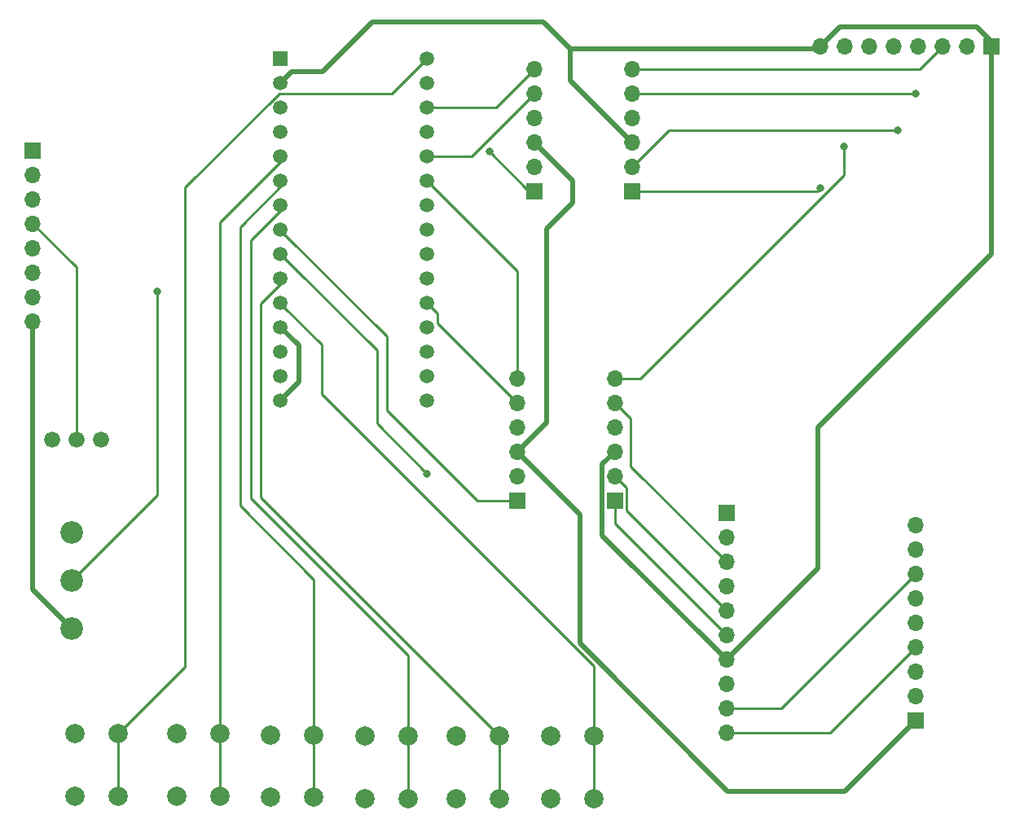
<source format=gbr>
%TF.GenerationSoftware,KiCad,Pcbnew,5.1.6-c6e7f7d~87~ubuntu20.04.1*%
%TF.CreationDate,2020-11-11T00:28:39-05:00*%
%TF.ProjectId,radio,72616469-6f2e-46b6-9963-61645f706362,rev?*%
%TF.SameCoordinates,Original*%
%TF.FileFunction,Copper,L1,Top*%
%TF.FilePolarity,Positive*%
%FSLAX46Y46*%
G04 Gerber Fmt 4.6, Leading zero omitted, Abs format (unit mm)*
G04 Created by KiCad (PCBNEW 5.1.6-c6e7f7d~87~ubuntu20.04.1) date 2020-11-11 00:28:39*
%MOMM*%
%LPD*%
G01*
G04 APERTURE LIST*
%TA.AperFunction,ComponentPad*%
%ADD10O,1.700000X1.700000*%
%TD*%
%TA.AperFunction,ComponentPad*%
%ADD11R,1.700000X1.700000*%
%TD*%
%TA.AperFunction,ComponentPad*%
%ADD12R,1.508000X1.508000*%
%TD*%
%TA.AperFunction,ComponentPad*%
%ADD13C,1.508000*%
%TD*%
%TA.AperFunction,ComponentPad*%
%ADD14C,2.340000*%
%TD*%
%TA.AperFunction,ComponentPad*%
%ADD15C,1.676400*%
%TD*%
%TA.AperFunction,ComponentPad*%
%ADD16C,2.000000*%
%TD*%
%TA.AperFunction,ViaPad*%
%ADD17C,0.800000*%
%TD*%
%TA.AperFunction,Conductor*%
%ADD18C,0.500000*%
%TD*%
%TA.AperFunction,Conductor*%
%ADD19C,0.250000*%
%TD*%
G04 APERTURE END LIST*
D10*
%TO.P,U5,7*%
%TO.N,/LCD_SCE*%
X106772000Y-56008000D03*
%TO.P,U5,10*%
%TO.N,+5V*%
X106772000Y-63628000D03*
%TO.P,U5,11*%
%TO.N,/LCD_DC*%
X106772000Y-66168000D03*
%TO.P,U5,8*%
%TO.N,/LCD_RST*%
X106772000Y-58548000D03*
D11*
%TO.P,U5,12*%
%TO.N,/LCD_DN*%
X106772000Y-68708000D03*
D10*
%TO.P,U5,9*%
%TO.N,GND*%
X106772000Y-61088000D03*
%TO.P,U5,6*%
%TO.N,Net-(U5-Pad6)*%
X116937000Y-56008000D03*
%TO.P,U5,5*%
%TO.N,Net-(U5-Pad5)*%
X116937000Y-58548000D03*
%TO.P,U5,4*%
%TO.N,GND*%
X116937000Y-61088000D03*
%TO.P,U5,3*%
%TO.N,+3V3*%
X116937000Y-63628000D03*
%TO.P,U5,2*%
%TO.N,Net-(U5-Pad2)*%
X116937000Y-66168000D03*
D11*
%TO.P,U5,1*%
%TO.N,Net-(U5-Pad1)*%
X116937000Y-68708000D03*
%TD*%
D12*
%TO.P,U1,1*%
%TO.N,Net-(U1-Pad1)*%
X80391000Y-54864000D03*
D13*
%TO.P,U1,2*%
%TO.N,+3V3*%
X80391000Y-57404000D03*
%TO.P,U1,3*%
%TO.N,Net-(U1-Pad3)*%
X80391000Y-59944000D03*
%TO.P,U1,4*%
%TO.N,/Vol*%
X80391000Y-62484000D03*
%TO.P,U1,5*%
%TO.N,/SW1*%
X80391000Y-65024000D03*
%TO.P,U1,6*%
%TO.N,/SW2*%
X80391000Y-67564000D03*
%TO.P,U1,7*%
%TO.N,/SW3*%
X80391000Y-70104000D03*
%TO.P,U1,8*%
%TO.N,/Si4_SDIO*%
X80391000Y-72644000D03*
%TO.P,U1,9*%
%TO.N,/Si4_SCLK*%
X80391000Y-75184000D03*
%TO.P,U1,10*%
%TO.N,/SW4*%
X80391000Y-77724000D03*
%TO.P,U1,11*%
%TO.N,/SW5*%
X80391000Y-80264000D03*
%TO.P,U1,12*%
%TO.N,+5V*%
X80391000Y-82804000D03*
%TO.P,U1,13*%
%TO.N,Net-(U1-Pad13)*%
X80391000Y-85344000D03*
%TO.P,U1,14*%
%TO.N,GND*%
X80391000Y-87884000D03*
%TO.P,U1,15*%
%TO.N,+5V*%
X80391000Y-90424000D03*
%TO.P,U1,16*%
%TO.N,Net-(U1-Pad16)*%
X95631000Y-90424000D03*
%TO.P,U1,17*%
%TO.N,Net-(U1-Pad17)*%
X95631000Y-87884000D03*
%TO.P,U1,18*%
%TO.N,Net-(U1-Pad18)*%
X95631000Y-85344000D03*
%TO.P,U1,19*%
%TO.N,GND*%
X95631000Y-82804000D03*
%TO.P,U1,20*%
%TO.N,/Si4_RST*%
X95631000Y-80264000D03*
%TO.P,U1,21*%
%TO.N,Net-(U1-Pad21)*%
X95631000Y-77724000D03*
%TO.P,U1,22*%
%TO.N,Net-(U1-Pad22)*%
X95631000Y-75184000D03*
%TO.P,U1,23*%
%TO.N,Net-(U1-Pad23)*%
X95631000Y-72644000D03*
%TO.P,U1,24*%
%TO.N,Net-(U1-Pad24)*%
X95631000Y-70104000D03*
%TO.P,U1,25*%
%TO.N,/LCD_SCLK*%
X95631000Y-67564000D03*
%TO.P,U1,26*%
%TO.N,/LCD_RST*%
X95631000Y-65024000D03*
%TO.P,U1,27*%
%TO.N,/LCD_DC*%
X95631000Y-62484000D03*
%TO.P,U1,28*%
%TO.N,/LCD_SCE*%
X95631000Y-59944000D03*
%TO.P,U1,29*%
%TO.N,/LCD_DN*%
X95631000Y-57404000D03*
%TO.P,U1,30*%
%TO.N,/SW0*%
X95631000Y-54864000D03*
%TD*%
D14*
%TO.P,RV1,1*%
%TO.N,GND*%
X58674000Y-104140000D03*
%TO.P,RV1,2*%
%TO.N,/Vol*%
X58674000Y-109140000D03*
%TO.P,RV1,3*%
%TO.N,+5V*%
X58674000Y-114140000D03*
%TD*%
D10*
%TO.P,U8,8*%
%TO.N,+3V3*%
X136510000Y-53624000D03*
%TO.P,U8,7*%
%TO.N,Net-(U4-Pad6)*%
X139050000Y-53624000D03*
%TO.P,U8,6*%
%TO.N,Net-(U5-Pad1)*%
X141590000Y-53624000D03*
%TO.P,U8,5*%
%TO.N,Net-(U5-Pad2)*%
X144130000Y-53624000D03*
%TO.P,U8,4*%
%TO.N,Net-(U5-Pad5)*%
X146670000Y-53624000D03*
%TO.P,U8,3*%
%TO.N,Net-(U5-Pad6)*%
X149210000Y-53624000D03*
%TO.P,U8,2*%
%TO.N,GND*%
X151750000Y-53624000D03*
D11*
%TO.P,U8,1*%
%TO.N,+3V3*%
X154290000Y-53624000D03*
%TD*%
D10*
%TO.P,U7,10*%
%TO.N,Net-(U6-Pad4)*%
X126749000Y-124998000D03*
%TO.P,U7,9*%
%TO.N,Net-(U6-Pad7)*%
X126749000Y-122458000D03*
%TO.P,U7,8*%
%TO.N,GND*%
X126749000Y-119918000D03*
%TO.P,U7,7*%
%TO.N,+3V3*%
X126749000Y-117378000D03*
%TO.P,U7,6*%
%TO.N,Net-(U4-Pad1)*%
X126749000Y-114838000D03*
%TO.P,U7,5*%
%TO.N,Net-(U4-Pad2)*%
X126749000Y-112298000D03*
%TO.P,U7,4*%
%TO.N,Net-(U7-Pad4)*%
X126749000Y-109758000D03*
%TO.P,U7,3*%
%TO.N,Net-(U4-Pad5)*%
X126749000Y-107218000D03*
%TO.P,U7,2*%
%TO.N,Net-(U7-Pad2)*%
X126749000Y-104678000D03*
D11*
%TO.P,U7,1*%
%TO.N,Net-(U7-Pad1)*%
X126749000Y-102138000D03*
%TD*%
D10*
%TO.P,U6,9*%
%TO.N,Net-(U6-Pad9)*%
X146445000Y-103361000D03*
%TO.P,U6,8*%
%TO.N,Net-(U6-Pad8)*%
X146445000Y-105901000D03*
%TO.P,U6,7*%
%TO.N,Net-(U6-Pad7)*%
X146445000Y-108441000D03*
%TO.P,U6,6*%
%TO.N,GND*%
X146445000Y-110981000D03*
%TO.P,U6,5*%
X146445000Y-113521000D03*
%TO.P,U6,4*%
%TO.N,Net-(U6-Pad4)*%
X146445000Y-116061000D03*
%TO.P,U6,3*%
%TO.N,Net-(U6-Pad3)*%
X146445000Y-118601000D03*
%TO.P,U6,2*%
%TO.N,GND*%
X146445000Y-121141000D03*
D11*
%TO.P,U6,1*%
%TO.N,+5V*%
X146445000Y-123681000D03*
%TD*%
D10*
%TO.P,U4,7*%
%TO.N,/LCD_SCLK*%
X104994000Y-88139000D03*
%TO.P,U4,10*%
%TO.N,+5V*%
X104994000Y-95759000D03*
%TO.P,U4,11*%
%TO.N,/Si4_SCLK*%
X104994000Y-98299000D03*
%TO.P,U4,8*%
%TO.N,/Si4_RST*%
X104994000Y-90679000D03*
D11*
%TO.P,U4,12*%
%TO.N,/Si4_SDIO*%
X104994000Y-100839000D03*
D10*
%TO.P,U4,9*%
%TO.N,GND*%
X104994000Y-93219000D03*
%TO.P,U4,6*%
%TO.N,Net-(U4-Pad6)*%
X115159000Y-88139000D03*
%TO.P,U4,5*%
%TO.N,Net-(U4-Pad5)*%
X115159000Y-90679000D03*
%TO.P,U4,4*%
%TO.N,GND*%
X115159000Y-93219000D03*
%TO.P,U4,3*%
%TO.N,+3V3*%
X115159000Y-95759000D03*
%TO.P,U4,2*%
%TO.N,Net-(U4-Pad2)*%
X115159000Y-98299000D03*
D11*
%TO.P,U4,1*%
%TO.N,Net-(U4-Pad1)*%
X115159000Y-100839000D03*
%TD*%
D10*
%TO.P,U2,8*%
%TO.N,+5V*%
X54640000Y-82183000D03*
%TO.P,U2,7*%
%TO.N,GND*%
X54640000Y-79643000D03*
%TO.P,U2,6*%
%TO.N,Net-(U2-Pad6)*%
X54640000Y-77103000D03*
%TO.P,U2,5*%
%TO.N,GND*%
X54640000Y-74563000D03*
%TO.P,U2,4*%
%TO.N,Net-(SW7-Pad2)*%
X54640000Y-72023000D03*
%TO.P,U2,3*%
%TO.N,Net-(U2-Pad3)*%
X54640000Y-69483000D03*
%TO.P,U2,2*%
%TO.N,Net-(U2-Pad2)*%
X54640000Y-66943000D03*
D11*
%TO.P,U2,1*%
%TO.N,Net-(U2-Pad1)*%
X54640000Y-64403000D03*
%TD*%
D15*
%TO.P,SW7,3*%
%TO.N,GND*%
X61722000Y-94488000D03*
%TO.P,SW7,1*%
%TO.N,Net-(SW7-Pad1)*%
X56642000Y-94488000D03*
%TO.P,SW7,2*%
%TO.N,Net-(SW7-Pad2)*%
X59182000Y-94488000D03*
%TD*%
D16*
%TO.P,SW6,1*%
%TO.N,GND*%
X108458000Y-125326000D03*
%TO.P,SW6,2*%
%TO.N,/SW5*%
X112958000Y-125326000D03*
%TO.P,SW6,1*%
%TO.N,GND*%
X108458000Y-131826000D03*
%TO.P,SW6,2*%
%TO.N,/SW5*%
X112958000Y-131826000D03*
%TD*%
%TO.P,SW5,1*%
%TO.N,GND*%
X98679000Y-125326000D03*
%TO.P,SW5,2*%
%TO.N,/SW4*%
X103179000Y-125326000D03*
%TO.P,SW5,1*%
%TO.N,GND*%
X98679000Y-131826000D03*
%TO.P,SW5,2*%
%TO.N,/SW4*%
X103179000Y-131826000D03*
%TD*%
%TO.P,SW4,1*%
%TO.N,GND*%
X89154000Y-125326000D03*
%TO.P,SW4,2*%
%TO.N,/SW3*%
X93654000Y-125326000D03*
%TO.P,SW4,1*%
%TO.N,GND*%
X89154000Y-131826000D03*
%TO.P,SW4,2*%
%TO.N,/SW3*%
X93654000Y-131826000D03*
%TD*%
%TO.P,SW3,1*%
%TO.N,GND*%
X79375000Y-125199000D03*
%TO.P,SW3,2*%
%TO.N,/SW2*%
X83875000Y-125199000D03*
%TO.P,SW3,1*%
%TO.N,GND*%
X79375000Y-131699000D03*
%TO.P,SW3,2*%
%TO.N,/SW2*%
X83875000Y-131699000D03*
%TD*%
%TO.P,SW2,1*%
%TO.N,GND*%
X69596000Y-125072000D03*
%TO.P,SW2,2*%
%TO.N,/SW1*%
X74096000Y-125072000D03*
%TO.P,SW2,1*%
%TO.N,GND*%
X69596000Y-131572000D03*
%TO.P,SW2,2*%
%TO.N,/SW1*%
X74096000Y-131572000D03*
%TD*%
%TO.P,SW1,1*%
%TO.N,GND*%
X59055000Y-125072000D03*
%TO.P,SW1,2*%
%TO.N,/SW0*%
X63555000Y-125072000D03*
%TO.P,SW1,1*%
%TO.N,GND*%
X59055000Y-131572000D03*
%TO.P,SW1,2*%
%TO.N,/SW0*%
X63555000Y-131572000D03*
%TD*%
D17*
%TO.N,/Vol*%
X67564000Y-79121000D03*
%TO.N,/LCD_DN*%
X102108000Y-64516000D03*
%TO.N,/Si4_SCLK*%
X95631000Y-98044000D03*
%TO.N,Net-(U4-Pad6)*%
X138938000Y-64008000D03*
%TO.N,Net-(U5-Pad5)*%
X146431000Y-58547000D03*
%TO.N,Net-(U5-Pad2)*%
X144526000Y-62357000D03*
%TO.N,Net-(U5-Pad1)*%
X136525000Y-68326000D03*
%TD*%
D18*
%TO.N,+5V*%
X80391000Y-82804000D02*
X82296000Y-84709000D01*
X82296000Y-88519000D02*
X80391000Y-90424000D01*
X82296000Y-84709000D02*
X82296000Y-88519000D01*
X104994000Y-95759000D02*
X111506000Y-102271000D01*
X111506000Y-102271000D02*
X111506000Y-115697000D01*
X111506000Y-115697000D02*
X126873000Y-131064000D01*
X139062000Y-131064000D02*
X146445000Y-123681000D01*
X126873000Y-131064000D02*
X139062000Y-131064000D01*
X108072001Y-92680999D02*
X108072001Y-72521999D01*
X104994000Y-95759000D02*
X108072001Y-92680999D01*
X108072001Y-72521999D02*
X110744000Y-69850000D01*
X110744000Y-67600000D02*
X106772000Y-63628000D01*
X110744000Y-69850000D02*
X110744000Y-67600000D01*
X54640000Y-110106000D02*
X54640000Y-82183000D01*
X58674000Y-114140000D02*
X54640000Y-110106000D01*
D19*
%TO.N,/Vol*%
X58674000Y-109140000D02*
X67564000Y-100250000D01*
X67564000Y-100250000D02*
X67564000Y-96266000D01*
X67564000Y-96266000D02*
X67564000Y-96393000D01*
X67564000Y-79121000D02*
X67564000Y-96266000D01*
%TO.N,/SW0*%
X63555000Y-125072000D02*
X63555000Y-131572000D01*
X63555000Y-125072000D02*
X70485000Y-118142000D01*
X92011999Y-58483001D02*
X95631000Y-54864000D01*
X80255077Y-58483001D02*
X92011999Y-58483001D01*
X70485000Y-68253078D02*
X80255077Y-58483001D01*
X70485000Y-118142000D02*
X70485000Y-68253078D01*
%TO.N,/SW1*%
X74096000Y-71923000D02*
X80672000Y-65347000D01*
X74096000Y-125072000D02*
X74096000Y-71923000D01*
X74096000Y-125072000D02*
X74096000Y-131572000D01*
%TO.N,/SW2*%
X76200000Y-101346000D02*
X76200000Y-72359000D01*
X83875000Y-109021000D02*
X76200000Y-101346000D01*
X76200000Y-72359000D02*
X80672000Y-67887000D01*
X83875000Y-125199000D02*
X83875000Y-109021000D01*
X83875000Y-125199000D02*
X83875000Y-131699000D01*
%TO.N,/SW3*%
X93654000Y-125326000D02*
X93654000Y-116895000D01*
X93654000Y-116895000D02*
X77343000Y-100584000D01*
X77343000Y-73756000D02*
X80672000Y-70427000D01*
X77343000Y-100584000D02*
X77343000Y-73756000D01*
X93654000Y-125326000D02*
X93654000Y-131826000D01*
%TO.N,/SW4*%
X103179000Y-125326000D02*
X78359000Y-100506000D01*
X78359000Y-80360000D02*
X80672000Y-78047000D01*
X78359000Y-100506000D02*
X78359000Y-80360000D01*
X103179000Y-125326000D02*
X103179000Y-131826000D01*
%TO.N,/SW5*%
X84709000Y-84624000D02*
X80672000Y-80587000D01*
X84709000Y-89789000D02*
X84709000Y-84624000D01*
X112958000Y-125326000D02*
X112958000Y-131826000D01*
X112958000Y-118038000D02*
X84709000Y-89789000D01*
X112958000Y-125326000D02*
X112958000Y-118038000D01*
%TO.N,/LCD_DN*%
X106137000Y-68545000D02*
X102108000Y-64516000D01*
X106137000Y-68708000D02*
X106137000Y-68545000D01*
%TO.N,/LCD_SCE*%
X102836000Y-59944000D02*
X106772000Y-56008000D01*
X95631000Y-59944000D02*
X102836000Y-59944000D01*
%TO.N,/LCD_RST*%
X100296000Y-65024000D02*
X106772000Y-58548000D01*
X95631000Y-65024000D02*
X100296000Y-65024000D01*
%TO.N,/Si4_RST*%
X104359000Y-90160000D02*
X104359000Y-90679000D01*
X96710001Y-82395001D02*
X104994000Y-90679000D01*
X96710001Y-81343001D02*
X96710001Y-82395001D01*
X95631000Y-80264000D02*
X96710001Y-81343001D01*
%TO.N,/Si4_SCLK*%
X81889001Y-76682001D02*
X90424000Y-85217000D01*
X90424000Y-92837000D02*
X95631000Y-98044000D01*
X90424000Y-85217000D02*
X90424000Y-92837000D01*
X81889001Y-76682001D02*
X80391000Y-75184000D01*
%TO.N,/Si4_SDIO*%
X80672000Y-72967000D02*
X91440000Y-83735000D01*
X91440000Y-83735000D02*
X91440000Y-91440000D01*
X100839000Y-100839000D02*
X104359000Y-100839000D01*
X91440000Y-91440000D02*
X100839000Y-100839000D01*
D18*
%TO.N,+3V3*%
X81595001Y-56199999D02*
X84770001Y-56199999D01*
X80391000Y-57404000D02*
X81595001Y-56199999D01*
X89921501Y-51048499D02*
X107690499Y-51048499D01*
X84770001Y-56199999D02*
X89921501Y-51048499D01*
X107690499Y-51048499D02*
X110490000Y-53848000D01*
X110490000Y-57181000D02*
X116937000Y-63628000D01*
X110490000Y-53848000D02*
X110490000Y-57181000D01*
X136286000Y-53848000D02*
X136510000Y-53624000D01*
X110490000Y-53848000D02*
X136286000Y-53848000D01*
X136510000Y-53624000D02*
X138557000Y-51577000D01*
X138557000Y-51577000D02*
X152796000Y-51577000D01*
X154290000Y-53071000D02*
X154290000Y-53624000D01*
X152796000Y-51577000D02*
X154290000Y-53071000D01*
X154290000Y-53624000D02*
X154290000Y-75199000D01*
X154290000Y-75199000D02*
X136271000Y-93218000D01*
X136271000Y-107856000D02*
X126749000Y-117378000D01*
X136271000Y-93218000D02*
X136271000Y-107856000D01*
X113858999Y-104487999D02*
X126749000Y-117378000D01*
X113858999Y-97059001D02*
X113858999Y-104487999D01*
X115159000Y-95759000D02*
X113858999Y-97059001D01*
D19*
%TO.N,/LCD_SCLK*%
X104994000Y-76927000D02*
X95631000Y-67564000D01*
X104994000Y-88139000D02*
X104994000Y-76927000D01*
%TO.N,Net-(SW7-Pad2)*%
X59182000Y-76565000D02*
X54640000Y-72023000D01*
X59182000Y-94488000D02*
X59182000Y-76565000D01*
%TO.N,Net-(U4-Pad6)*%
X138938000Y-66986002D02*
X138938000Y-64008000D01*
X117785002Y-88139000D02*
X138938000Y-66986002D01*
X115159000Y-88139000D02*
X117785002Y-88139000D01*
%TO.N,Net-(U4-Pad5)*%
X116784011Y-97253011D02*
X126749000Y-107218000D01*
X116784011Y-92304011D02*
X116784011Y-97253011D01*
X115159000Y-90679000D02*
X116784011Y-92304011D01*
%TO.N,Net-(U4-Pad2)*%
X116334001Y-99474001D02*
X116334001Y-101883001D01*
X116334001Y-101883001D02*
X126749000Y-112298000D01*
X115159000Y-98299000D02*
X116334001Y-99474001D01*
%TO.N,Net-(U4-Pad1)*%
X115159000Y-103248000D02*
X126749000Y-114838000D01*
X115159000Y-100839000D02*
X115159000Y-103248000D01*
%TO.N,Net-(U5-Pad6)*%
X149210000Y-53624000D02*
X149128000Y-53624000D01*
X116937000Y-56008000D02*
X117093000Y-56008000D01*
X146826000Y-56008000D02*
X149210000Y-53624000D01*
X116937000Y-56008000D02*
X146826000Y-56008000D01*
%TO.N,Net-(U5-Pad5)*%
X116937000Y-58548000D02*
X141746000Y-58548000D01*
X146430000Y-58548000D02*
X146431000Y-58547000D01*
X141746000Y-58548000D02*
X146430000Y-58548000D01*
%TO.N,Net-(U5-Pad2)*%
X120748000Y-62357000D02*
X144526000Y-62357000D01*
X116937000Y-66168000D02*
X120748000Y-62357000D01*
%TO.N,Net-(U5-Pad1)*%
X116937000Y-68708000D02*
X132206000Y-68708000D01*
X136143000Y-68708000D02*
X136525000Y-68326000D01*
X132206000Y-68708000D02*
X136143000Y-68708000D01*
%TO.N,Net-(U6-Pad7)*%
X132428000Y-122458000D02*
X146445000Y-108441000D01*
X126749000Y-122458000D02*
X132428000Y-122458000D01*
%TO.N,Net-(U6-Pad4)*%
X137508000Y-124998000D02*
X146445000Y-116061000D01*
X126749000Y-124998000D02*
X137508000Y-124998000D01*
%TD*%
M02*

</source>
